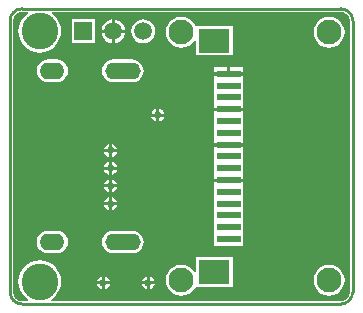
<source format=gbl>
G04 Layer_Physical_Order=2*
G04 Layer_Color=16711680*
%FSLAX25Y25*%
%MOIN*%
G70*
G01*
G75*
%ADD11R,0.07874X0.02362*%
%ADD12R,0.10236X0.07874*%
%ADD14C,0.01102*%
%ADD16C,0.00965*%
%ADD17C,0.01000*%
%ADD18R,0.05906X0.05906*%
%ADD19C,0.05906*%
%ADD20O,0.08268X0.05512*%
%ADD21O,0.11811X0.05512*%
%ADD22C,0.12205*%
%ADD23C,0.08268*%
%ADD24C,0.02362*%
G36*
X359119Y302018D02*
X359650Y301798D01*
X360127Y301479D01*
X360534Y301072D01*
X360853Y300595D01*
X361073Y300064D01*
X361185Y299500D01*
X361185Y299213D01*
Y208661D01*
X361185Y208374D01*
X361073Y207810D01*
X360853Y207279D01*
X360534Y206802D01*
X360127Y206395D01*
X359650Y206076D01*
X359119Y205856D01*
X358555Y205744D01*
X261882D01*
X261761Y206229D01*
X261839Y206271D01*
X262920Y207158D01*
X263808Y208240D01*
X264468Y209474D01*
X264874Y210812D01*
X265011Y212205D01*
X264874Y213597D01*
X264468Y214936D01*
X263808Y216170D01*
X262920Y217251D01*
X261839Y218139D01*
X260605Y218798D01*
X259266Y219204D01*
X257874Y219341D01*
X256482Y219204D01*
X255143Y218798D01*
X253909Y218139D01*
X252828Y217251D01*
X251940Y216170D01*
X251280Y214936D01*
X250874Y213597D01*
X250737Y212205D01*
X250874Y210812D01*
X251280Y209474D01*
X251940Y208240D01*
X252828Y207158D01*
X253909Y206271D01*
X253987Y206229D01*
X253866Y205744D01*
X251681D01*
X251117Y205856D01*
X250587Y206076D01*
X250109Y206395D01*
X249702Y206802D01*
X249383Y207279D01*
X249163Y207810D01*
X249051Y208374D01*
Y208661D01*
X249051Y299213D01*
Y299500D01*
X249163Y300064D01*
X249383Y300594D01*
X249702Y301072D01*
X250109Y301479D01*
X250587Y301798D01*
X251117Y302018D01*
X251681Y302130D01*
X253866D01*
X253987Y301645D01*
X253909Y301603D01*
X252828Y300716D01*
X251940Y299634D01*
X251280Y298400D01*
X250874Y297062D01*
X250737Y295669D01*
X250874Y294277D01*
X251280Y292938D01*
X251940Y291704D01*
X252828Y290623D01*
X253909Y289735D01*
X255143Y289076D01*
X256482Y288670D01*
X257874Y288533D01*
X259266Y288670D01*
X260605Y289076D01*
X261839Y289735D01*
X262920Y290623D01*
X263808Y291704D01*
X264468Y292938D01*
X264874Y294277D01*
X265011Y295669D01*
X264874Y297062D01*
X264468Y298400D01*
X263808Y299634D01*
X262920Y300716D01*
X261839Y301603D01*
X261761Y301645D01*
X261882Y302130D01*
X358268D01*
X358555Y302130D01*
X359119Y302018D01*
D02*
G37*
%LPC*%
G36*
X282941Y299590D02*
Y296169D01*
X286362D01*
X286292Y296701D01*
X285894Y297663D01*
X285260Y298488D01*
X284434Y299122D01*
X283473Y299520D01*
X282941Y299590D01*
D02*
G37*
G36*
X281941D02*
X281409Y299520D01*
X280448Y299122D01*
X279622Y298488D01*
X278988Y297663D01*
X278590Y296701D01*
X278520Y296169D01*
X281941D01*
Y299590D01*
D02*
G37*
G36*
X286362Y295169D02*
X282941D01*
Y291748D01*
X283473Y291818D01*
X284434Y292217D01*
X285260Y292850D01*
X285894Y293676D01*
X286292Y294637D01*
X286362Y295169D01*
D02*
G37*
G36*
X281941D02*
X278520D01*
X278590Y294637D01*
X278988Y293676D01*
X279622Y292850D01*
X280448Y292217D01*
X281409Y291818D01*
X281941Y291748D01*
Y295169D01*
D02*
G37*
G36*
X276394Y299622D02*
X268488D01*
Y291717D01*
X276394D01*
Y299622D01*
D02*
G37*
G36*
X292441Y299656D02*
X291409Y299520D01*
X290447Y299122D01*
X289622Y298488D01*
X288988Y297663D01*
X288590Y296701D01*
X288454Y295669D01*
X288590Y294637D01*
X288988Y293676D01*
X289622Y292850D01*
X290447Y292217D01*
X291409Y291818D01*
X292441Y291682D01*
X293473Y291818D01*
X294434Y292217D01*
X295260Y292850D01*
X295894Y293676D01*
X296292Y294637D01*
X296428Y295669D01*
X296292Y296701D01*
X295894Y297663D01*
X295260Y298488D01*
X294434Y299122D01*
X293473Y299520D01*
X292441Y299656D01*
D02*
G37*
G36*
X354331Y300454D02*
X352991Y300277D01*
X351742Y299760D01*
X350669Y298937D01*
X349846Y297865D01*
X349329Y296616D01*
X349153Y295276D01*
X349329Y293935D01*
X349846Y292687D01*
X350669Y291614D01*
X351742Y290791D01*
X352991Y290274D01*
X354331Y290097D01*
X355671Y290274D01*
X356920Y290791D01*
X357992Y291614D01*
X358815Y292687D01*
X359332Y293935D01*
X359509Y295276D01*
X359332Y296616D01*
X358815Y297865D01*
X357992Y298937D01*
X356920Y299760D01*
X355671Y300277D01*
X354331Y300454D01*
D02*
G37*
G36*
X305118D02*
X303778Y300277D01*
X302529Y299760D01*
X301457Y298937D01*
X300634Y297865D01*
X300116Y296616D01*
X299940Y295276D01*
X300116Y293935D01*
X300634Y292687D01*
X301457Y291614D01*
X302529Y290791D01*
X303778Y290274D01*
X305118Y290097D01*
X306458Y290274D01*
X307707Y290791D01*
X308780Y291614D01*
X309524Y292584D01*
X310024Y292473D01*
Y287583D01*
X322260D01*
Y297457D01*
X310024D01*
X310024Y297457D01*
Y297457D01*
X309655Y297739D01*
X309602Y297865D01*
X308780Y298937D01*
X307707Y299760D01*
X306458Y300277D01*
X305118Y300454D01*
D02*
G37*
G36*
X325803Y283677D02*
X321366D01*
Y281996D01*
X325803D01*
Y283677D01*
D02*
G37*
G36*
X320366D02*
X315929D01*
Y281996D01*
X320366D01*
Y283677D01*
D02*
G37*
G36*
X288740Y286269D02*
X282441D01*
X281460Y286140D01*
X280547Y285761D01*
X279762Y285159D01*
X279160Y284374D01*
X278782Y283461D01*
X278653Y282480D01*
X278782Y281500D01*
X279160Y280586D01*
X279762Y279802D01*
X280547Y279200D01*
X281460Y278821D01*
X282441Y278692D01*
X288740D01*
X289721Y278821D01*
X290634Y279200D01*
X291419Y279802D01*
X292021Y280586D01*
X292399Y281500D01*
X292529Y282480D01*
X292399Y283461D01*
X292021Y284374D01*
X291419Y285159D01*
X290634Y285761D01*
X289721Y286140D01*
X288740Y286269D01*
D02*
G37*
G36*
X263504D02*
X260748D01*
X259768Y286140D01*
X258854Y285761D01*
X258069Y285159D01*
X257467Y284374D01*
X257089Y283461D01*
X256960Y282480D01*
X257089Y281500D01*
X257467Y280586D01*
X258069Y279802D01*
X258854Y279200D01*
X259768Y278821D01*
X260748Y278692D01*
X263504D01*
X264484Y278821D01*
X265398Y279200D01*
X266183Y279802D01*
X266785Y280586D01*
X267163Y281500D01*
X267292Y282480D01*
X267163Y283461D01*
X266785Y284374D01*
X266183Y285159D01*
X265398Y285761D01*
X264484Y286140D01*
X263504Y286269D01*
D02*
G37*
G36*
X325803Y280996D02*
X320866D01*
X315929D01*
Y279315D01*
Y275378D01*
Y271441D01*
Y270185D01*
X320866D01*
X325803D01*
Y271441D01*
Y275378D01*
Y279315D01*
Y280996D01*
D02*
G37*
G36*
X297744Y269841D02*
Y268216D01*
X299369D01*
X299299Y268568D01*
X298817Y269289D01*
X298095Y269771D01*
X297744Y269841D01*
D02*
G37*
G36*
X296744D02*
X296393Y269771D01*
X295672Y269289D01*
X295189Y268568D01*
X295120Y268216D01*
X296744D01*
Y269841D01*
D02*
G37*
G36*
X299369Y267216D02*
X297744D01*
Y265592D01*
X298095Y265662D01*
X298817Y266144D01*
X299299Y266865D01*
X299369Y267216D01*
D02*
G37*
G36*
X296744D02*
X295120D01*
X295189Y266865D01*
X295672Y266144D01*
X296393Y265662D01*
X296744Y265592D01*
Y267216D01*
D02*
G37*
G36*
X325803Y269185D02*
X320866D01*
X315929D01*
Y267504D01*
Y263567D01*
Y259630D01*
Y258374D01*
X320866D01*
X325803D01*
Y259630D01*
Y263567D01*
Y267504D01*
Y269185D01*
D02*
G37*
G36*
X281996Y258030D02*
Y256405D01*
X283620D01*
X283551Y256756D01*
X283069Y257478D01*
X282347Y257960D01*
X281996Y258030D01*
D02*
G37*
G36*
X280996D02*
X280645Y257960D01*
X279924Y257478D01*
X279441Y256756D01*
X279372Y256405D01*
X280996D01*
Y258030D01*
D02*
G37*
G36*
X283620Y255405D02*
X281996D01*
Y253781D01*
X282347Y253851D01*
X283069Y254333D01*
X283551Y255054D01*
X283620Y255405D01*
D02*
G37*
G36*
X280996D02*
X279372D01*
X279441Y255054D01*
X279924Y254333D01*
X280645Y253851D01*
X280996Y253781D01*
Y255405D01*
D02*
G37*
G36*
X281996Y252124D02*
Y250500D01*
X283620D01*
X283551Y250851D01*
X283069Y251572D01*
X282347Y252055D01*
X281996Y252124D01*
D02*
G37*
G36*
X280996D02*
X280645Y252055D01*
X279924Y251572D01*
X279441Y250851D01*
X279372Y250500D01*
X280996D01*
Y252124D01*
D02*
G37*
G36*
X283620Y249500D02*
X281996D01*
Y247876D01*
X282347Y247945D01*
X283069Y248428D01*
X283551Y249149D01*
X283620Y249500D01*
D02*
G37*
G36*
X280996D02*
X279372D01*
X279441Y249149D01*
X279924Y248428D01*
X280645Y247945D01*
X280996Y247876D01*
Y249500D01*
D02*
G37*
G36*
X325803Y257374D02*
X320866D01*
X315929D01*
Y255693D01*
Y251756D01*
Y247819D01*
Y246563D01*
X320866D01*
X325803D01*
Y247819D01*
Y251756D01*
Y255693D01*
Y257374D01*
D02*
G37*
G36*
X281996Y246219D02*
Y244595D01*
X283620D01*
X283551Y244946D01*
X283069Y245667D01*
X282347Y246149D01*
X281996Y246219D01*
D02*
G37*
G36*
X280996D02*
X280645Y246149D01*
X279924Y245667D01*
X279441Y244946D01*
X279372Y244595D01*
X280996D01*
Y246219D01*
D02*
G37*
G36*
X283620Y243595D02*
X281996D01*
Y241970D01*
X282347Y242040D01*
X283069Y242522D01*
X283551Y243244D01*
X283620Y243595D01*
D02*
G37*
G36*
X280996D02*
X279372D01*
X279441Y243244D01*
X279924Y242522D01*
X280645Y242040D01*
X280996Y241970D01*
Y243595D01*
D02*
G37*
G36*
X281996Y240313D02*
Y238689D01*
X283620D01*
X283551Y239040D01*
X283069Y239761D01*
X282347Y240244D01*
X281996Y240313D01*
D02*
G37*
G36*
X280996D02*
X280645Y240244D01*
X279924Y239761D01*
X279441Y239040D01*
X279372Y238689D01*
X280996D01*
Y240313D01*
D02*
G37*
G36*
X283620Y237689D02*
X281996D01*
Y236065D01*
X282347Y236134D01*
X283069Y236616D01*
X283551Y237338D01*
X283620Y237689D01*
D02*
G37*
G36*
X280996D02*
X279372D01*
X279441Y237338D01*
X279924Y236616D01*
X280645Y236134D01*
X280996Y236065D01*
Y237689D01*
D02*
G37*
G36*
X325803Y245563D02*
X320866D01*
X315929D01*
Y243882D01*
Y239945D01*
Y236008D01*
Y232071D01*
Y228134D01*
Y224197D01*
X320651D01*
X320866Y224154D01*
X321081Y224197D01*
X325803D01*
Y228134D01*
Y232071D01*
Y236008D01*
Y239945D01*
Y243882D01*
Y245563D01*
D02*
G37*
G36*
X288740Y229182D02*
X282441D01*
X281460Y229053D01*
X280547Y228675D01*
X279762Y228072D01*
X279160Y227288D01*
X278782Y226374D01*
X278653Y225394D01*
X278782Y224413D01*
X279160Y223499D01*
X279762Y222715D01*
X280547Y222113D01*
X281460Y221734D01*
X282441Y221605D01*
X288740D01*
X289721Y221734D01*
X290634Y222113D01*
X291419Y222715D01*
X292021Y223499D01*
X292399Y224413D01*
X292529Y225394D01*
X292399Y226374D01*
X292021Y227288D01*
X291419Y228072D01*
X290634Y228675D01*
X289721Y229053D01*
X288740Y229182D01*
D02*
G37*
G36*
X263504D02*
X260748D01*
X259768Y229053D01*
X258854Y228675D01*
X258069Y228072D01*
X257467Y227288D01*
X257089Y226374D01*
X256960Y225394D01*
X257089Y224413D01*
X257467Y223499D01*
X258069Y222715D01*
X258854Y222113D01*
X259768Y221734D01*
X260748Y221605D01*
X263504D01*
X264484Y221734D01*
X265398Y222113D01*
X266183Y222715D01*
X266785Y223499D01*
X267163Y224413D01*
X267292Y225394D01*
X267163Y226374D01*
X266785Y227288D01*
X266183Y228072D01*
X265398Y228675D01*
X264484Y229053D01*
X263504Y229182D01*
D02*
G37*
G36*
X322260Y220291D02*
X310024D01*
Y215401D01*
X309524Y215290D01*
X308780Y216260D01*
X307707Y217083D01*
X306458Y217600D01*
X305118Y217777D01*
X303778Y217600D01*
X302529Y217083D01*
X301457Y216260D01*
X300634Y215188D01*
X300116Y213939D01*
X299940Y212598D01*
X300116Y211258D01*
X300634Y210009D01*
X301457Y208937D01*
X302529Y208114D01*
X303778Y207597D01*
X305118Y207420D01*
X306458Y207597D01*
X307707Y208114D01*
X308780Y208937D01*
X309602Y210009D01*
X309656Y210137D01*
X310024Y210417D01*
Y210417D01*
X310024Y210417D01*
X322260D01*
Y220291D01*
D02*
G37*
G36*
X294595Y213935D02*
Y212311D01*
X296219D01*
X296149Y212662D01*
X295667Y213384D01*
X294946Y213866D01*
X294595Y213935D01*
D02*
G37*
G36*
X293595D02*
X293244Y213866D01*
X292522Y213384D01*
X292040Y212662D01*
X291970Y212311D01*
X293595D01*
Y213935D01*
D02*
G37*
G36*
X279634D02*
Y212311D01*
X281258D01*
X281188Y212662D01*
X280706Y213384D01*
X279985Y213866D01*
X279634Y213935D01*
D02*
G37*
G36*
X278634D02*
X278283Y213866D01*
X277561Y213384D01*
X277079Y212662D01*
X277010Y212311D01*
X278634D01*
Y213935D01*
D02*
G37*
G36*
X296219Y211311D02*
X294595D01*
Y209687D01*
X294946Y209756D01*
X295667Y210239D01*
X296149Y210960D01*
X296219Y211311D01*
D02*
G37*
G36*
X293595D02*
X291970D01*
X292040Y210960D01*
X292522Y210239D01*
X293244Y209756D01*
X293595Y209687D01*
Y211311D01*
D02*
G37*
G36*
X281258D02*
X279634D01*
Y209687D01*
X279985Y209756D01*
X280706Y210239D01*
X281188Y210960D01*
X281258Y211311D01*
D02*
G37*
G36*
X278634D02*
X277010D01*
X277079Y210960D01*
X277561Y210239D01*
X278283Y209756D01*
X278634Y209687D01*
Y211311D01*
D02*
G37*
G36*
X354331Y217777D02*
X352991Y217600D01*
X351742Y217083D01*
X350669Y216260D01*
X349846Y215188D01*
X349329Y213939D01*
X349153Y212598D01*
X349329Y211258D01*
X349846Y210009D01*
X350669Y208937D01*
X351742Y208114D01*
X352991Y207597D01*
X354331Y207420D01*
X355671Y207597D01*
X356920Y208114D01*
X357992Y208937D01*
X358815Y210009D01*
X359332Y211258D01*
X359509Y212598D01*
X359332Y213939D01*
X358815Y215188D01*
X357992Y216260D01*
X356920Y217083D01*
X355671Y217600D01*
X354331Y217777D01*
D02*
G37*
%LPD*%
D11*
X320866Y226378D02*
D03*
Y234252D02*
D03*
Y238189D02*
D03*
Y242126D02*
D03*
Y246063D02*
D03*
Y250000D02*
D03*
Y230315D02*
D03*
Y261811D02*
D03*
Y281496D02*
D03*
Y277559D02*
D03*
Y273622D02*
D03*
Y269685D02*
D03*
Y265748D02*
D03*
Y257874D02*
D03*
Y253937D02*
D03*
D12*
X316142Y292520D02*
D03*
Y215354D02*
D03*
D14*
X320866Y246063D02*
X326378D01*
X314961D02*
X320866D01*
Y257874D02*
X326772D01*
X315354D02*
X320866D01*
X326378Y269685D02*
X326772Y270079D01*
X320866Y269685D02*
X326378D01*
X314961Y270079D02*
X315354Y269685D01*
X320866D01*
X326378Y281496D02*
X326378Y281496D01*
X320866Y281496D02*
X326378D01*
X314567Y281496D02*
X314567Y281496D01*
X320866D01*
D16*
X358268Y204724D02*
G03*
X362205Y208661I0J3937D01*
G01*
X248031D02*
G03*
X251969Y204724I3937J0D01*
G01*
X251969Y303150D02*
G03*
X248031Y299213I0J-3937D01*
G01*
X362205Y299213D02*
G03*
X358268Y303150I-3937J0D01*
G01*
D17*
X248031Y208661D02*
Y299213D01*
X251969Y303150D02*
X358268D01*
X251969Y204724D02*
X358268D01*
X362205Y208661D02*
Y299213D01*
D18*
X272441Y295669D02*
D03*
D19*
X282441D02*
D03*
X292441D02*
D03*
D20*
X262126Y225394D02*
D03*
Y282480D02*
D03*
D21*
X285591Y225394D02*
D03*
Y282480D02*
D03*
D22*
X257874Y212205D02*
D03*
Y295669D02*
D03*
D23*
X354331Y212598D02*
D03*
Y295276D02*
D03*
X305118Y212598D02*
D03*
Y295276D02*
D03*
D24*
X294094Y211811D02*
D03*
X279134D02*
D03*
X297244Y267717D02*
D03*
X281496Y238189D02*
D03*
Y244094D02*
D03*
Y250000D02*
D03*
Y255906D02*
D03*
X320866Y226378D02*
D03*
Y230315D02*
D03*
Y234252D02*
D03*
Y238189D02*
D03*
Y242126D02*
D03*
Y250000D02*
D03*
Y253937D02*
D03*
Y261811D02*
D03*
Y265748D02*
D03*
Y273622D02*
D03*
Y277559D02*
D03*
Y246063D02*
D03*
Y257874D02*
D03*
Y269685D02*
D03*
Y281496D02*
D03*
M02*

</source>
